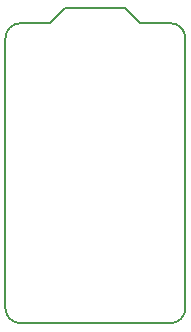
<source format=gko>
G04 #@! TF.FileFunction,Profile,NP*
%FSLAX46Y46*%
G04 Gerber Fmt 4.6, Leading zero omitted, Abs format (unit mm)*
G04 Created by KiCad (PCBNEW 4.0.7) date 05/14/18 11:13:13*
%MOMM*%
%LPD*%
G01*
G04 APERTURE LIST*
%ADD10C,0.100000*%
%ADD11C,0.150000*%
G04 APERTURE END LIST*
D10*
D11*
X152400000Y-85090000D02*
X152400000Y-107950000D01*
X137160000Y-85090000D02*
X137160000Y-107950000D01*
X142240000Y-82550000D02*
X147320000Y-82550000D01*
X148590000Y-83820000D02*
X151130000Y-83820000D01*
X147320000Y-82550000D02*
X148590000Y-83820000D01*
X138430000Y-83820000D02*
X140970000Y-83820000D01*
X140970000Y-83820000D02*
X142240000Y-82550000D01*
X151130000Y-109220000D02*
X138430000Y-109220000D01*
X151130000Y-109220000D02*
G75*
G03X152400000Y-107950000I0J1270000D01*
G01*
X137160000Y-107950000D02*
G75*
G03X138430000Y-109220000I1270000J0D01*
G01*
X138430000Y-83820000D02*
G75*
G03X137160000Y-85090000I0J-1270000D01*
G01*
X152400000Y-85090000D02*
G75*
G03X151130000Y-83820000I-1270000J0D01*
G01*
M02*

</source>
